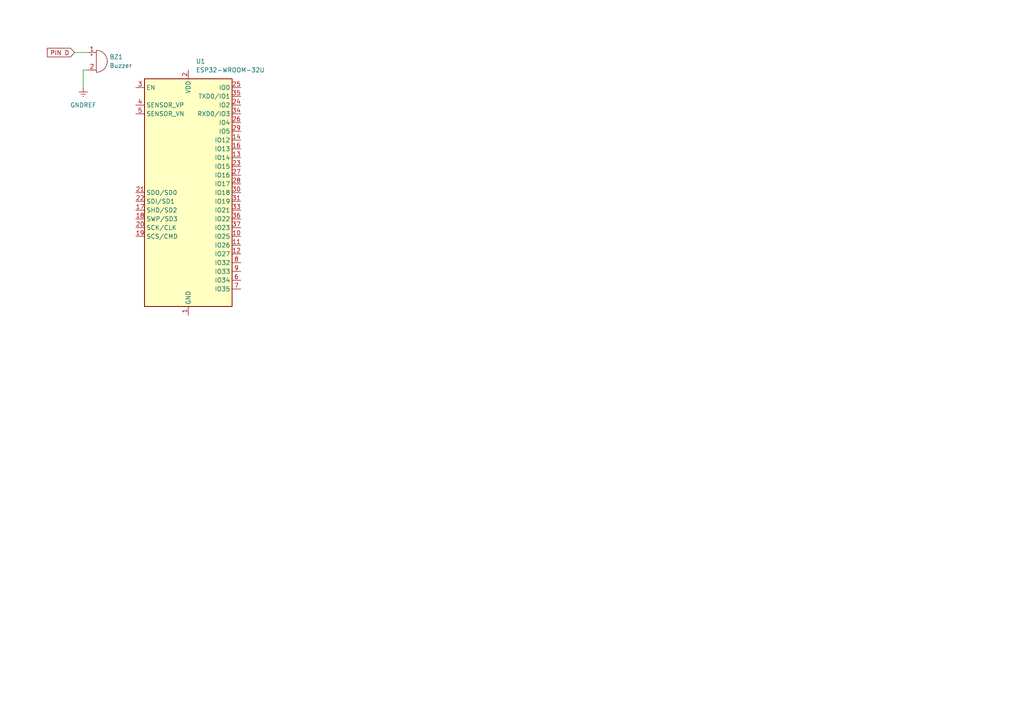
<source format=kicad_sch>
(kicad_sch (version 20231120) (generator "eeschema") (generator_version "8.0")
  (paper "A4")
  (lib_symbols
    (symbol "Device:Buzzer" (pin_names (offset 0.0254) hide)
      (property "Reference" "BZ" (at 3.81 1.27 0))
      (property "Value" "Buzzer" (at 3.81 -1.27 0))
      (symbol "Buzzer_0_1"
        (arc (start 0 -3.175) (mid 3.1612 0) (end 0 3.175))
        (polyline (pts (xy -1.651 1.905) (xy -1.143 1.905)))
        (polyline (pts (xy -1.397 2.159) (xy -1.397 1.651)))
        (polyline (pts (xy 0 3.175) (xy 0 -3.175)))
      )
      (symbol "Buzzer_1_1"
        (pin passive line (at -2.54 2.54 0) (length 2.54) (name "+") (number "1"))
        (pin passive line (at -2.54 -2.54 0) (length 2.54) (name "-") (number "2"))
      )
    )
    (symbol "RF_Module:ESP32-WROOM-32U"
      (property "Reference" "U" (at -12.7 34.29 0))
      (property "Value" "ESP32-WROOM-32U" (at 1.27 34.29 0))
      (symbol "ESP32-WROOM-32U_0_1"
        (rectangle (start -12.7 33.02) (end 12.7 -33.02) (stroke (width 0.254)) (fill (type background)))
      )
      (symbol "ESP32-WROOM-32U_1_1"
        (pin power_in line (at 0 -35.56 90) (length 2.54) (name "GND") (number "1"))
        (pin bidirectional line (at 15.24 -12.7 180) (length 2.54) (name "IO25") (number "10"))
        (pin bidirectional line (at 15.24 -15.24 180) (length 2.54) (name "IO26") (number "11"))
        (pin bidirectional line (at 15.24 -17.78 180) (length 2.54) (name "IO27") (number "12"))
        (pin bidirectional line (at 15.24 10.16 180) (length 2.54) (name "IO14") (number "13"))
        (pin bidirectional line (at 15.24 15.24 180) (length 2.54) (name "IO12") (number "14"))
        (pin passive line (at 0 -35.56 90) (length 2.54) hide (name "GND") (number "15"))
        (pin bidirectional line (at 15.24 12.7 180) (length 2.54) (name "IO13") (number "16"))
        (pin bidirectional line (at -15.24 -5.08 0) (length 2.54) (name "SHD/SD2") (number "17"))
        (pin bidirectional line (at -15.24 -7.62 0) (length 2.54) (name "SWP/SD3") (number "18"))
        (pin bidirectional line (at -15.24 -12.7 0) (length 2.54) (name "SCS/CMD") (number "19"))
        (pin power_in line (at 0 35.56 270) (length 2.54) (name "VDD") (number "2"))
        (pin bidirectional line (at -15.24 -10.16 0) (length 2.54) (name "SCK/CLK") (number "20"))
        (pin bidirectional line (at -15.24 0 0) (length 2.54) (name "SDO/SD0") (number "21"))
        (pin bidirectional line (at -15.24 -2.54 0) (length 2.54) (name "SDI/SD1") (number "22"))
        (pin bidirectional line (at 15.24 7.62 180) (length 2.54) (name "IO15") (number "23"))
        (pin bidirectional line (at 15.24 25.4 180) (length 2.54) (name "IO2") (number "24"))
        (pin bidirectional line (at 15.24 30.48 180) (length 2.54) (name "IO0") (number "25"))
        (pin bidirectional line (at 15.24 20.32 180) (length 2.54) (name "IO4") (number "26"))
        (pin bidirectional line (at 15.24 5.08 180) (length 2.54) (name "IO16") (number "27"))
        (pin bidirectional line (at 15.24 2.54 180) (length 2.54) (name "IO17") (number "28"))
        (pin bidirectional line (at 15.24 17.78 180) (length 2.54) (name "IO5") (number "29"))
        (pin input line (at -15.24 30.48 0) (length 2.54) (name "EN") (number "3"))
        (pin bidirectional line (at 15.24 0 180) (length 2.54) (name "IO18") (number "30"))
        (pin bidirectional line (at 15.24 -2.54 180) (length 2.54) (name "IO19") (number "31"))
        (pin no_connect line (at -12.7 -27.94 0) (length 2.54) hide (name "NC") (number "32"))
        (pin bidirectional line (at 15.24 -5.08 180) (length 2.54) (name "IO21") (number "33"))
        (pin bidirectional line (at 15.24 22.86 180) (length 2.54) (name "RXD0/IO3") (number "34"))
        (pin bidirectional line (at 15.24 27.94 180) (length 2.54) (name "TXD0/IO1") (number "35"))
        (pin bidirectional line (at 15.24 -7.62 180) (length 2.54) (name "IO22") (number "36"))
        (pin bidirectional line (at 15.24 -10.16 180) (length 2.54) (name "IO23") (number "37"))
        (pin passive line (at 0 -35.56 90) (length 2.54) hide (name "GND") (number "38"))
        (pin passive line (at 0 -35.56 90) (length 2.54) hide (name "GND") (number "39"))
        (pin input line (at -15.24 25.4 0) (length 2.54) (name "SENSOR_VP") (number "4"))
        (pin input line (at -15.24 22.86 0) (length 2.54) (name "SENSOR_VN") (number "5"))
        (pin input line (at 15.24 -25.4 180) (length 2.54) (name "IO34") (number "6"))
        (pin input line (at 15.24 -27.94 180) (length 2.54) (name "IO35") (number "7"))
        (pin bidirectional line (at 15.24 -20.32 180) (length 2.54) (name "IO32") (number "8"))
        (pin bidirectional line (at 15.24 -22.86 180) (length 2.54) (name "IO33") (number "9"))
      )
    )
    (symbol "power:GNDREF" (power) (pin_numbers hide) (pin_names (offset 0) hide)
      (property "Value" "GNDREF" (at 0 -3.81 0))
      (symbol "GNDREF_0_1"
        (polyline (pts (xy -0.635 -1.905) (xy 0.635 -1.905)))
        (polyline (pts (xy -0.127 -2.54) (xy 0.127 -2.54)))
        (polyline (pts (xy 0 -1.27) (xy 0 0)))
        (polyline (pts (xy 1.27 -1.27) (xy -1.27 -1.27)))
      )
      (symbol "GNDREF_1_1"
        (pin power_in line (at 0 0 270) (length 0) (name "~") (number "1"))
      )
    )
  )
  (wire (pts (xy 24.13 20.32) (xy 24.13 25.4)))
  (wire (pts (xy 25.4 20.32) (xy 24.13 20.32)))
  (wire (pts (xy 21.59 15.24) (xy 25.4 15.24)))
  (global_label "PIN D" (shape input) (at 21.59 15.24 180) (property "Intersheetrefs" "${INTERSHEET_REFS}" (effects (hide yes))))
  (symbol (lib_id "RF_Module:ESP32-WROOM-32U") (at 54.61 55.88 0) (unit 1)
    (property "Reference" "U1" (at 56.8041 17.78 0) (effects (justify left)))
    (property "Value" "ESP32-WROOM-32U" (at 56.8041 20.32 0) (effects (justify left)))
    (property "Footprint" "RF_Module:ESP32-WROOM-32U" (effects (hide yes)))
    (property "Datasheet" "https://www.espressif.com/sites/default/files/documentation/esp32-wroom-32d_esp32-wroom-32u_datasheet_en.pdf" (effects (hide yes)))
    (property "Description" "RF Module, ESP32-D0WD SoC, Wi-Fi 802.11b/g/n, Bluetooth, BLE, 32-bit, 2.7-3.6V, external antenna, SMD" (effects (hide yes)))
  )
  (symbol (lib_id "power:GNDREF") (at 24.13 25.4 0) (unit 1)
    (property "Reference" "#PWR01" (effects (hide yes)))
    (property "Value" "GNDREF" (at 24.13 30.48 0))
    (property "Description" "Power symbol creates a global label with name \"GNDREF\" , reference supply ground" (effects (hide yes)))
  )
  (symbol (lib_id "Device:Buzzer") (at 27.94 17.78 0) (unit 1)
    (property "Reference" "BZ1" (at 31.75 16.5099 0) (effects (justify left)))
    (property "Value" "Buzzer" (at 31.75 19.0499 0) (effects (justify left)))
    (property "Footprint" "Buzzer_Beeper:Buzzer_12x9.5RM7.6" (effects (hide yes)))
    (property "Description" "Buzzer, polarized" (effects (hide yes)))
  )
)
</source>
